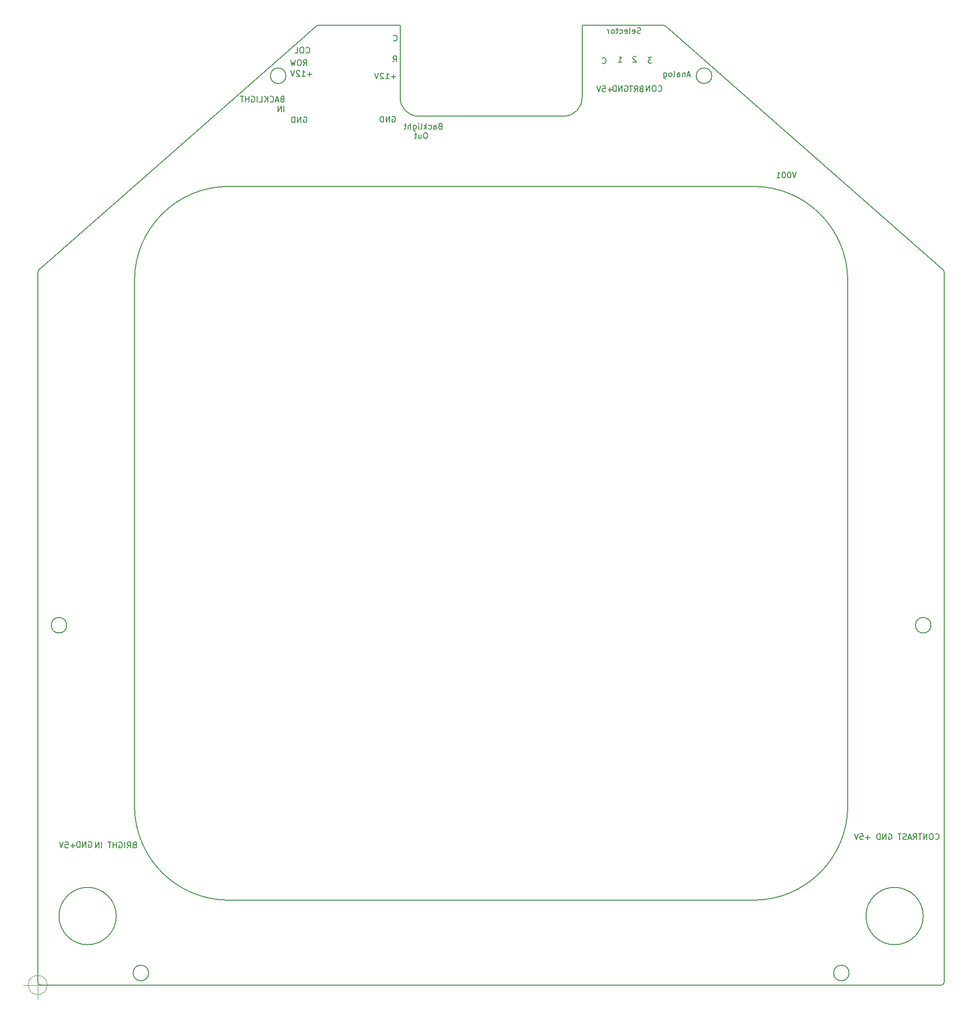
<source format=gbr>
G04 #@! TF.GenerationSoftware,KiCad,Pcbnew,(5.1.5-0-10_14)*
G04 #@! TF.CreationDate,2020-05-20T14:42:11+10:00*
G04 #@! TF.ProjectId,Buttons_DDI,42757474-6f6e-4735-9f44-44492e6b6963,rev?*
G04 #@! TF.SameCoordinates,Original*
G04 #@! TF.FileFunction,Legend,Bot*
G04 #@! TF.FilePolarity,Positive*
%FSLAX46Y46*%
G04 Gerber Fmt 4.6, Leading zero omitted, Abs format (unit mm)*
G04 Created by KiCad (PCBNEW (5.1.5-0-10_14)) date 2020-05-20 14:42:11*
%MOMM*%
%LPD*%
G04 APERTURE LIST*
%ADD10C,0.150000*%
%ADD11C,0.200000*%
%ADD12C,0.100000*%
G04 APERTURE END LIST*
D10*
X173916285Y-151067142D02*
X173963904Y-151114761D01*
X174106761Y-151162380D01*
X174202000Y-151162380D01*
X174344857Y-151114761D01*
X174440095Y-151019523D01*
X174487714Y-150924285D01*
X174535333Y-150733809D01*
X174535333Y-150590952D01*
X174487714Y-150400476D01*
X174440095Y-150305238D01*
X174344857Y-150210000D01*
X174202000Y-150162380D01*
X174106761Y-150162380D01*
X173963904Y-150210000D01*
X173916285Y-150257619D01*
X173297238Y-150162380D02*
X173106761Y-150162380D01*
X173011523Y-150210000D01*
X172916285Y-150305238D01*
X172868666Y-150495714D01*
X172868666Y-150829047D01*
X172916285Y-151019523D01*
X173011523Y-151114761D01*
X173106761Y-151162380D01*
X173297238Y-151162380D01*
X173392476Y-151114761D01*
X173487714Y-151019523D01*
X173535333Y-150829047D01*
X173535333Y-150495714D01*
X173487714Y-150305238D01*
X173392476Y-150210000D01*
X173297238Y-150162380D01*
X172440095Y-151162380D02*
X172440095Y-150162380D01*
X171868666Y-151162380D01*
X171868666Y-150162380D01*
X171535333Y-150162380D02*
X170963904Y-150162380D01*
X171249619Y-151162380D02*
X171249619Y-150162380D01*
X170059142Y-151162380D02*
X170392476Y-150686190D01*
X170630571Y-151162380D02*
X170630571Y-150162380D01*
X170249619Y-150162380D01*
X170154380Y-150210000D01*
X170106761Y-150257619D01*
X170059142Y-150352857D01*
X170059142Y-150495714D01*
X170106761Y-150590952D01*
X170154380Y-150638571D01*
X170249619Y-150686190D01*
X170630571Y-150686190D01*
X169678190Y-150876666D02*
X169202000Y-150876666D01*
X169773428Y-151162380D02*
X169440095Y-150162380D01*
X169106761Y-151162380D01*
X168821047Y-151114761D02*
X168678190Y-151162380D01*
X168440095Y-151162380D01*
X168344857Y-151114761D01*
X168297238Y-151067142D01*
X168249619Y-150971904D01*
X168249619Y-150876666D01*
X168297238Y-150781428D01*
X168344857Y-150733809D01*
X168440095Y-150686190D01*
X168630571Y-150638571D01*
X168725809Y-150590952D01*
X168773428Y-150543333D01*
X168821047Y-150448095D01*
X168821047Y-150352857D01*
X168773428Y-150257619D01*
X168725809Y-150210000D01*
X168630571Y-150162380D01*
X168392476Y-150162380D01*
X168249619Y-150210000D01*
X167963904Y-150162380D02*
X167392476Y-150162380D01*
X167678190Y-151162380D02*
X167678190Y-150162380D01*
X165773428Y-150210000D02*
X165868666Y-150162380D01*
X166011523Y-150162380D01*
X166154380Y-150210000D01*
X166249619Y-150305238D01*
X166297238Y-150400476D01*
X166344857Y-150590952D01*
X166344857Y-150733809D01*
X166297238Y-150924285D01*
X166249619Y-151019523D01*
X166154380Y-151114761D01*
X166011523Y-151162380D01*
X165916285Y-151162380D01*
X165773428Y-151114761D01*
X165725809Y-151067142D01*
X165725809Y-150733809D01*
X165916285Y-150733809D01*
X165297238Y-151162380D02*
X165297238Y-150162380D01*
X164725809Y-151162380D01*
X164725809Y-150162380D01*
X164249619Y-151162380D02*
X164249619Y-150162380D01*
X164011523Y-150162380D01*
X163868666Y-150210000D01*
X163773428Y-150305238D01*
X163725809Y-150400476D01*
X163678190Y-150590952D01*
X163678190Y-150733809D01*
X163725809Y-150924285D01*
X163773428Y-151019523D01*
X163868666Y-151114761D01*
X164011523Y-151162380D01*
X164249619Y-151162380D01*
X162487714Y-150781428D02*
X161725809Y-150781428D01*
X162106761Y-151162380D02*
X162106761Y-150400476D01*
X160773428Y-150162380D02*
X161249619Y-150162380D01*
X161297238Y-150638571D01*
X161249619Y-150590952D01*
X161154380Y-150543333D01*
X160916285Y-150543333D01*
X160821047Y-150590952D01*
X160773428Y-150638571D01*
X160725809Y-150733809D01*
X160725809Y-150971904D01*
X160773428Y-151067142D01*
X160821047Y-151114761D01*
X160916285Y-151162380D01*
X161154380Y-151162380D01*
X161249619Y-151114761D01*
X161297238Y-151067142D01*
X160440095Y-150162380D02*
X160106761Y-151162380D01*
X159773428Y-150162380D01*
X23787714Y-152231428D02*
X23025809Y-152231428D01*
X23406761Y-152612380D02*
X23406761Y-151850476D01*
X22073428Y-151612380D02*
X22549619Y-151612380D01*
X22597238Y-152088571D01*
X22549619Y-152040952D01*
X22454380Y-151993333D01*
X22216285Y-151993333D01*
X22121047Y-152040952D01*
X22073428Y-152088571D01*
X22025809Y-152183809D01*
X22025809Y-152421904D01*
X22073428Y-152517142D01*
X22121047Y-152564761D01*
X22216285Y-152612380D01*
X22454380Y-152612380D01*
X22549619Y-152564761D01*
X22597238Y-152517142D01*
X21740095Y-151612380D02*
X21406761Y-152612380D01*
X21073428Y-151612380D01*
X26163904Y-151580000D02*
X26259142Y-151532380D01*
X26402000Y-151532380D01*
X26544857Y-151580000D01*
X26640095Y-151675238D01*
X26687714Y-151770476D01*
X26735333Y-151960952D01*
X26735333Y-152103809D01*
X26687714Y-152294285D01*
X26640095Y-152389523D01*
X26544857Y-152484761D01*
X26402000Y-152532380D01*
X26306761Y-152532380D01*
X26163904Y-152484761D01*
X26116285Y-152437142D01*
X26116285Y-152103809D01*
X26306761Y-152103809D01*
X25687714Y-152532380D02*
X25687714Y-151532380D01*
X25116285Y-152532380D01*
X25116285Y-151532380D01*
X24640095Y-152532380D02*
X24640095Y-151532380D01*
X24402000Y-151532380D01*
X24259142Y-151580000D01*
X24163904Y-151675238D01*
X24116285Y-151770476D01*
X24068666Y-151960952D01*
X24068666Y-152103809D01*
X24116285Y-152294285D01*
X24163904Y-152389523D01*
X24259142Y-152484761D01*
X24402000Y-152532380D01*
X24640095Y-152532380D01*
X34126285Y-152088571D02*
X33983428Y-152136190D01*
X33935809Y-152183809D01*
X33888190Y-152279047D01*
X33888190Y-152421904D01*
X33935809Y-152517142D01*
X33983428Y-152564761D01*
X34078666Y-152612380D01*
X34459619Y-152612380D01*
X34459619Y-151612380D01*
X34126285Y-151612380D01*
X34031047Y-151660000D01*
X33983428Y-151707619D01*
X33935809Y-151802857D01*
X33935809Y-151898095D01*
X33983428Y-151993333D01*
X34031047Y-152040952D01*
X34126285Y-152088571D01*
X34459619Y-152088571D01*
X32888190Y-152612380D02*
X33221523Y-152136190D01*
X33459619Y-152612380D02*
X33459619Y-151612380D01*
X33078666Y-151612380D01*
X32983428Y-151660000D01*
X32935809Y-151707619D01*
X32888190Y-151802857D01*
X32888190Y-151945714D01*
X32935809Y-152040952D01*
X32983428Y-152088571D01*
X33078666Y-152136190D01*
X33459619Y-152136190D01*
X32459619Y-152612380D02*
X32459619Y-151612380D01*
X31459619Y-151660000D02*
X31554857Y-151612380D01*
X31697714Y-151612380D01*
X31840571Y-151660000D01*
X31935809Y-151755238D01*
X31983428Y-151850476D01*
X32031047Y-152040952D01*
X32031047Y-152183809D01*
X31983428Y-152374285D01*
X31935809Y-152469523D01*
X31840571Y-152564761D01*
X31697714Y-152612380D01*
X31602476Y-152612380D01*
X31459619Y-152564761D01*
X31412000Y-152517142D01*
X31412000Y-152183809D01*
X31602476Y-152183809D01*
X30983428Y-152612380D02*
X30983428Y-151612380D01*
X30983428Y-152088571D02*
X30412000Y-152088571D01*
X30412000Y-152612380D02*
X30412000Y-151612380D01*
X30078666Y-151612380D02*
X29507238Y-151612380D01*
X29792952Y-152612380D02*
X29792952Y-151612380D01*
X28412000Y-152612380D02*
X28412000Y-151612380D01*
X27935809Y-152612380D02*
X27935809Y-151612380D01*
X27364380Y-152612380D01*
X27364380Y-151612380D01*
X64111047Y-13927142D02*
X64158666Y-13974761D01*
X64301523Y-14022380D01*
X64396761Y-14022380D01*
X64539619Y-13974761D01*
X64634857Y-13879523D01*
X64682476Y-13784285D01*
X64730095Y-13593809D01*
X64730095Y-13450952D01*
X64682476Y-13260476D01*
X64634857Y-13165238D01*
X64539619Y-13070000D01*
X64396761Y-13022380D01*
X64301523Y-13022380D01*
X64158666Y-13070000D01*
X64111047Y-13117619D01*
X63492000Y-13022380D02*
X63301523Y-13022380D01*
X63206285Y-13070000D01*
X63111047Y-13165238D01*
X63063428Y-13355714D01*
X63063428Y-13689047D01*
X63111047Y-13879523D01*
X63206285Y-13974761D01*
X63301523Y-14022380D01*
X63492000Y-14022380D01*
X63587238Y-13974761D01*
X63682476Y-13879523D01*
X63730095Y-13689047D01*
X63730095Y-13355714D01*
X63682476Y-13165238D01*
X63587238Y-13070000D01*
X63492000Y-13022380D01*
X62158666Y-14022380D02*
X62634857Y-14022380D01*
X62634857Y-13022380D01*
X63627714Y-16202380D02*
X63961047Y-15726190D01*
X64199142Y-16202380D02*
X64199142Y-15202380D01*
X63818190Y-15202380D01*
X63722952Y-15250000D01*
X63675333Y-15297619D01*
X63627714Y-15392857D01*
X63627714Y-15535714D01*
X63675333Y-15630952D01*
X63722952Y-15678571D01*
X63818190Y-15726190D01*
X64199142Y-15726190D01*
X63008666Y-15202380D02*
X62818190Y-15202380D01*
X62722952Y-15250000D01*
X62627714Y-15345238D01*
X62580095Y-15535714D01*
X62580095Y-15869047D01*
X62627714Y-16059523D01*
X62722952Y-16154761D01*
X62818190Y-16202380D01*
X63008666Y-16202380D01*
X63103904Y-16154761D01*
X63199142Y-16059523D01*
X63246761Y-15869047D01*
X63246761Y-15535714D01*
X63199142Y-15345238D01*
X63103904Y-15250000D01*
X63008666Y-15202380D01*
X62246761Y-15202380D02*
X62008666Y-16202380D01*
X61818190Y-15488095D01*
X61627714Y-16202380D01*
X61389619Y-15202380D01*
X65113904Y-17701428D02*
X64352000Y-17701428D01*
X64732952Y-18082380D02*
X64732952Y-17320476D01*
X63352000Y-18082380D02*
X63923428Y-18082380D01*
X63637714Y-18082380D02*
X63637714Y-17082380D01*
X63732952Y-17225238D01*
X63828190Y-17320476D01*
X63923428Y-17368095D01*
X62971047Y-17177619D02*
X62923428Y-17130000D01*
X62828190Y-17082380D01*
X62590095Y-17082380D01*
X62494857Y-17130000D01*
X62447238Y-17177619D01*
X62399619Y-17272857D01*
X62399619Y-17368095D01*
X62447238Y-17510952D01*
X63018666Y-18082380D01*
X62399619Y-18082380D01*
X62113904Y-17082380D02*
X61780571Y-18082380D01*
X61447238Y-17082380D01*
X79753904Y-18141428D02*
X78992000Y-18141428D01*
X79372952Y-18522380D02*
X79372952Y-17760476D01*
X77992000Y-18522380D02*
X78563428Y-18522380D01*
X78277714Y-18522380D02*
X78277714Y-17522380D01*
X78372952Y-17665238D01*
X78468190Y-17760476D01*
X78563428Y-17808095D01*
X77611047Y-17617619D02*
X77563428Y-17570000D01*
X77468190Y-17522380D01*
X77230095Y-17522380D01*
X77134857Y-17570000D01*
X77087238Y-17617619D01*
X77039619Y-17712857D01*
X77039619Y-17808095D01*
X77087238Y-17950952D01*
X77658666Y-18522380D01*
X77039619Y-18522380D01*
X76753904Y-17522380D02*
X76420571Y-18522380D01*
X76087238Y-17522380D01*
X79282476Y-15542380D02*
X79615809Y-15066190D01*
X79853904Y-15542380D02*
X79853904Y-14542380D01*
X79472952Y-14542380D01*
X79377714Y-14590000D01*
X79330095Y-14637619D01*
X79282476Y-14732857D01*
X79282476Y-14875714D01*
X79330095Y-14970952D01*
X79377714Y-15018571D01*
X79472952Y-15066190D01*
X79853904Y-15066190D01*
X79352476Y-11827142D02*
X79400095Y-11874761D01*
X79542952Y-11922380D01*
X79638190Y-11922380D01*
X79781047Y-11874761D01*
X79876285Y-11779523D01*
X79923904Y-11684285D01*
X79971523Y-11493809D01*
X79971523Y-11350952D01*
X79923904Y-11160476D01*
X79876285Y-11065238D01*
X79781047Y-10970000D01*
X79638190Y-10922380D01*
X79542952Y-10922380D01*
X79400095Y-10970000D01*
X79352476Y-11017619D01*
X79123904Y-25110000D02*
X79219142Y-25062380D01*
X79362000Y-25062380D01*
X79504857Y-25110000D01*
X79600095Y-25205238D01*
X79647714Y-25300476D01*
X79695333Y-25490952D01*
X79695333Y-25633809D01*
X79647714Y-25824285D01*
X79600095Y-25919523D01*
X79504857Y-26014761D01*
X79362000Y-26062380D01*
X79266761Y-26062380D01*
X79123904Y-26014761D01*
X79076285Y-25967142D01*
X79076285Y-25633809D01*
X79266761Y-25633809D01*
X78647714Y-26062380D02*
X78647714Y-25062380D01*
X78076285Y-26062380D01*
X78076285Y-25062380D01*
X77600095Y-26062380D02*
X77600095Y-25062380D01*
X77362000Y-25062380D01*
X77219142Y-25110000D01*
X77123904Y-25205238D01*
X77076285Y-25300476D01*
X77028666Y-25490952D01*
X77028666Y-25633809D01*
X77076285Y-25824285D01*
X77123904Y-25919523D01*
X77219142Y-26014761D01*
X77362000Y-26062380D01*
X77600095Y-26062380D01*
X63673904Y-25180000D02*
X63769142Y-25132380D01*
X63912000Y-25132380D01*
X64054857Y-25180000D01*
X64150095Y-25275238D01*
X64197714Y-25370476D01*
X64245333Y-25560952D01*
X64245333Y-25703809D01*
X64197714Y-25894285D01*
X64150095Y-25989523D01*
X64054857Y-26084761D01*
X63912000Y-26132380D01*
X63816761Y-26132380D01*
X63673904Y-26084761D01*
X63626285Y-26037142D01*
X63626285Y-25703809D01*
X63816761Y-25703809D01*
X63197714Y-26132380D02*
X63197714Y-25132380D01*
X62626285Y-26132380D01*
X62626285Y-25132380D01*
X62150095Y-26132380D02*
X62150095Y-25132380D01*
X61912000Y-25132380D01*
X61769142Y-25180000D01*
X61673904Y-25275238D01*
X61626285Y-25370476D01*
X61578666Y-25560952D01*
X61578666Y-25703809D01*
X61626285Y-25894285D01*
X61673904Y-25989523D01*
X61769142Y-26084761D01*
X61912000Y-26132380D01*
X62150095Y-26132380D01*
X59923071Y-22033571D02*
X59780214Y-22081190D01*
X59732595Y-22128809D01*
X59684976Y-22224047D01*
X59684976Y-22366904D01*
X59732595Y-22462142D01*
X59780214Y-22509761D01*
X59875452Y-22557380D01*
X60256404Y-22557380D01*
X60256404Y-21557380D01*
X59923071Y-21557380D01*
X59827833Y-21605000D01*
X59780214Y-21652619D01*
X59732595Y-21747857D01*
X59732595Y-21843095D01*
X59780214Y-21938333D01*
X59827833Y-21985952D01*
X59923071Y-22033571D01*
X60256404Y-22033571D01*
X59304023Y-22271666D02*
X58827833Y-22271666D01*
X59399261Y-22557380D02*
X59065928Y-21557380D01*
X58732595Y-22557380D01*
X57827833Y-22462142D02*
X57875452Y-22509761D01*
X58018309Y-22557380D01*
X58113547Y-22557380D01*
X58256404Y-22509761D01*
X58351642Y-22414523D01*
X58399261Y-22319285D01*
X58446880Y-22128809D01*
X58446880Y-21985952D01*
X58399261Y-21795476D01*
X58351642Y-21700238D01*
X58256404Y-21605000D01*
X58113547Y-21557380D01*
X58018309Y-21557380D01*
X57875452Y-21605000D01*
X57827833Y-21652619D01*
X57399261Y-22557380D02*
X57399261Y-21557380D01*
X56827833Y-22557380D02*
X57256404Y-21985952D01*
X56827833Y-21557380D02*
X57399261Y-22128809D01*
X55923071Y-22557380D02*
X56399261Y-22557380D01*
X56399261Y-21557380D01*
X55589738Y-22557380D02*
X55589738Y-21557380D01*
X54589738Y-21605000D02*
X54684976Y-21557380D01*
X54827833Y-21557380D01*
X54970690Y-21605000D01*
X55065928Y-21700238D01*
X55113547Y-21795476D01*
X55161166Y-21985952D01*
X55161166Y-22128809D01*
X55113547Y-22319285D01*
X55065928Y-22414523D01*
X54970690Y-22509761D01*
X54827833Y-22557380D01*
X54732595Y-22557380D01*
X54589738Y-22509761D01*
X54542119Y-22462142D01*
X54542119Y-22128809D01*
X54732595Y-22128809D01*
X54113547Y-22557380D02*
X54113547Y-21557380D01*
X54113547Y-22033571D02*
X53542119Y-22033571D01*
X53542119Y-22557380D02*
X53542119Y-21557380D01*
X53208785Y-21557380D02*
X52637357Y-21557380D01*
X52923071Y-22557380D02*
X52923071Y-21557380D01*
X60256404Y-24207380D02*
X60256404Y-23207380D01*
X59780214Y-24207380D02*
X59780214Y-23207380D01*
X59208785Y-24207380D01*
X59208785Y-23207380D01*
X125560095Y-20597142D02*
X125607714Y-20644761D01*
X125750571Y-20692380D01*
X125845809Y-20692380D01*
X125988666Y-20644761D01*
X126083904Y-20549523D01*
X126131523Y-20454285D01*
X126179142Y-20263809D01*
X126179142Y-20120952D01*
X126131523Y-19930476D01*
X126083904Y-19835238D01*
X125988666Y-19740000D01*
X125845809Y-19692380D01*
X125750571Y-19692380D01*
X125607714Y-19740000D01*
X125560095Y-19787619D01*
X124941047Y-19692380D02*
X124750571Y-19692380D01*
X124655333Y-19740000D01*
X124560095Y-19835238D01*
X124512476Y-20025714D01*
X124512476Y-20359047D01*
X124560095Y-20549523D01*
X124655333Y-20644761D01*
X124750571Y-20692380D01*
X124941047Y-20692380D01*
X125036285Y-20644761D01*
X125131523Y-20549523D01*
X125179142Y-20359047D01*
X125179142Y-20025714D01*
X125131523Y-19835238D01*
X125036285Y-19740000D01*
X124941047Y-19692380D01*
X124083904Y-20692380D02*
X124083904Y-19692380D01*
X123512476Y-20692380D01*
X123512476Y-19692380D01*
X122591523Y-20248571D02*
X122448666Y-20296190D01*
X122401047Y-20343809D01*
X122353428Y-20439047D01*
X122353428Y-20581904D01*
X122401047Y-20677142D01*
X122448666Y-20724761D01*
X122543904Y-20772380D01*
X122924857Y-20772380D01*
X122924857Y-19772380D01*
X122591523Y-19772380D01*
X122496285Y-19820000D01*
X122448666Y-19867619D01*
X122401047Y-19962857D01*
X122401047Y-20058095D01*
X122448666Y-20153333D01*
X122496285Y-20200952D01*
X122591523Y-20248571D01*
X122924857Y-20248571D01*
X121353428Y-20772380D02*
X121686761Y-20296190D01*
X121924857Y-20772380D02*
X121924857Y-19772380D01*
X121543904Y-19772380D01*
X121448666Y-19820000D01*
X121401047Y-19867619D01*
X121353428Y-19962857D01*
X121353428Y-20105714D01*
X121401047Y-20200952D01*
X121448666Y-20248571D01*
X121543904Y-20296190D01*
X121924857Y-20296190D01*
X121067714Y-19772380D02*
X120496285Y-19772380D01*
X120782000Y-20772380D02*
X120782000Y-19772380D01*
X119713904Y-19740000D02*
X119809142Y-19692380D01*
X119952000Y-19692380D01*
X120094857Y-19740000D01*
X120190095Y-19835238D01*
X120237714Y-19930476D01*
X120285333Y-20120952D01*
X120285333Y-20263809D01*
X120237714Y-20454285D01*
X120190095Y-20549523D01*
X120094857Y-20644761D01*
X119952000Y-20692380D01*
X119856761Y-20692380D01*
X119713904Y-20644761D01*
X119666285Y-20597142D01*
X119666285Y-20263809D01*
X119856761Y-20263809D01*
X119237714Y-20692380D02*
X119237714Y-19692380D01*
X118666285Y-20692380D01*
X118666285Y-19692380D01*
X118190095Y-20692380D02*
X118190095Y-19692380D01*
X117952000Y-19692380D01*
X117809142Y-19740000D01*
X117713904Y-19835238D01*
X117666285Y-19930476D01*
X117618666Y-20120952D01*
X117618666Y-20263809D01*
X117666285Y-20454285D01*
X117713904Y-20549523D01*
X117809142Y-20644761D01*
X117952000Y-20692380D01*
X118190095Y-20692380D01*
X117547714Y-20391428D02*
X116785809Y-20391428D01*
X117166761Y-20772380D02*
X117166761Y-20010476D01*
X115833428Y-19772380D02*
X116309619Y-19772380D01*
X116357238Y-20248571D01*
X116309619Y-20200952D01*
X116214380Y-20153333D01*
X115976285Y-20153333D01*
X115881047Y-20200952D01*
X115833428Y-20248571D01*
X115785809Y-20343809D01*
X115785809Y-20581904D01*
X115833428Y-20677142D01*
X115881047Y-20724761D01*
X115976285Y-20772380D01*
X116214380Y-20772380D01*
X116309619Y-20724761D01*
X116357238Y-20677142D01*
X115500095Y-19772380D02*
X115166761Y-20772380D01*
X114833428Y-19772380D01*
X149643904Y-34782380D02*
X149310571Y-35782380D01*
X148977238Y-34782380D01*
X148453428Y-34782380D02*
X148358190Y-34782380D01*
X148262952Y-34830000D01*
X148215333Y-34877619D01*
X148167714Y-34972857D01*
X148120095Y-35163333D01*
X148120095Y-35401428D01*
X148167714Y-35591904D01*
X148215333Y-35687142D01*
X148262952Y-35734761D01*
X148358190Y-35782380D01*
X148453428Y-35782380D01*
X148548666Y-35734761D01*
X148596285Y-35687142D01*
X148643904Y-35591904D01*
X148691523Y-35401428D01*
X148691523Y-35163333D01*
X148643904Y-34972857D01*
X148596285Y-34877619D01*
X148548666Y-34830000D01*
X148453428Y-34782380D01*
X147501047Y-34782380D02*
X147405809Y-34782380D01*
X147310571Y-34830000D01*
X147262952Y-34877619D01*
X147215333Y-34972857D01*
X147167714Y-35163333D01*
X147167714Y-35401428D01*
X147215333Y-35591904D01*
X147262952Y-35687142D01*
X147310571Y-35734761D01*
X147405809Y-35782380D01*
X147501047Y-35782380D01*
X147596285Y-35734761D01*
X147643904Y-35687142D01*
X147691523Y-35591904D01*
X147739142Y-35401428D01*
X147739142Y-35163333D01*
X147691523Y-34972857D01*
X147643904Y-34877619D01*
X147596285Y-34830000D01*
X147501047Y-34782380D01*
X146215333Y-35782380D02*
X146786761Y-35782380D01*
X146501047Y-35782380D02*
X146501047Y-34782380D01*
X146596285Y-34925238D01*
X146691523Y-35020476D01*
X146786761Y-35068095D01*
X124435333Y-14762380D02*
X123816285Y-14762380D01*
X124149619Y-15143333D01*
X124006761Y-15143333D01*
X123911523Y-15190952D01*
X123863904Y-15238571D01*
X123816285Y-15333809D01*
X123816285Y-15571904D01*
X123863904Y-15667142D01*
X123911523Y-15714761D01*
X124006761Y-15762380D01*
X124292476Y-15762380D01*
X124387714Y-15714761D01*
X124435333Y-15667142D01*
X121707714Y-14717619D02*
X121660095Y-14670000D01*
X121564857Y-14622380D01*
X121326761Y-14622380D01*
X121231523Y-14670000D01*
X121183904Y-14717619D01*
X121136285Y-14812857D01*
X121136285Y-14908095D01*
X121183904Y-15050952D01*
X121755333Y-15622380D01*
X121136285Y-15622380D01*
X118596285Y-15622380D02*
X119167714Y-15622380D01*
X118882000Y-15622380D02*
X118882000Y-14622380D01*
X118977238Y-14765238D01*
X119072476Y-14860476D01*
X119167714Y-14908095D01*
X115812476Y-15737142D02*
X115860095Y-15784761D01*
X116002952Y-15832380D01*
X116098190Y-15832380D01*
X116241047Y-15784761D01*
X116336285Y-15689523D01*
X116383904Y-15594285D01*
X116431523Y-15403809D01*
X116431523Y-15260952D01*
X116383904Y-15070476D01*
X116336285Y-14975238D01*
X116241047Y-14880000D01*
X116098190Y-14832380D01*
X116002952Y-14832380D01*
X115860095Y-14880000D01*
X115812476Y-14927619D01*
X131121523Y-17856666D02*
X130645333Y-17856666D01*
X131216761Y-18142380D02*
X130883428Y-17142380D01*
X130550095Y-18142380D01*
X130216761Y-17475714D02*
X130216761Y-18142380D01*
X130216761Y-17570952D02*
X130169142Y-17523333D01*
X130073904Y-17475714D01*
X129931047Y-17475714D01*
X129835809Y-17523333D01*
X129788190Y-17618571D01*
X129788190Y-18142380D01*
X128883428Y-18142380D02*
X128883428Y-17618571D01*
X128931047Y-17523333D01*
X129026285Y-17475714D01*
X129216761Y-17475714D01*
X129312000Y-17523333D01*
X128883428Y-18094761D02*
X128978666Y-18142380D01*
X129216761Y-18142380D01*
X129312000Y-18094761D01*
X129359619Y-17999523D01*
X129359619Y-17904285D01*
X129312000Y-17809047D01*
X129216761Y-17761428D01*
X128978666Y-17761428D01*
X128883428Y-17713809D01*
X128264380Y-18142380D02*
X128359619Y-18094761D01*
X128407238Y-17999523D01*
X128407238Y-17142380D01*
X127740571Y-18142380D02*
X127835809Y-18094761D01*
X127883428Y-18047142D01*
X127931047Y-17951904D01*
X127931047Y-17666190D01*
X127883428Y-17570952D01*
X127835809Y-17523333D01*
X127740571Y-17475714D01*
X127597714Y-17475714D01*
X127502476Y-17523333D01*
X127454857Y-17570952D01*
X127407238Y-17666190D01*
X127407238Y-17951904D01*
X127454857Y-18047142D01*
X127502476Y-18094761D01*
X127597714Y-18142380D01*
X127740571Y-18142380D01*
X126550095Y-17475714D02*
X126550095Y-18285238D01*
X126597714Y-18380476D01*
X126645333Y-18428095D01*
X126740571Y-18475714D01*
X126883428Y-18475714D01*
X126978666Y-18428095D01*
X126550095Y-18094761D02*
X126645333Y-18142380D01*
X126835809Y-18142380D01*
X126931047Y-18094761D01*
X126978666Y-18047142D01*
X127026285Y-17951904D01*
X127026285Y-17666190D01*
X126978666Y-17570952D01*
X126931047Y-17523333D01*
X126835809Y-17475714D01*
X126645333Y-17475714D01*
X126550095Y-17523333D01*
X122482952Y-10554761D02*
X122340095Y-10602380D01*
X122102000Y-10602380D01*
X122006761Y-10554761D01*
X121959142Y-10507142D01*
X121911523Y-10411904D01*
X121911523Y-10316666D01*
X121959142Y-10221428D01*
X122006761Y-10173809D01*
X122102000Y-10126190D01*
X122292476Y-10078571D01*
X122387714Y-10030952D01*
X122435333Y-9983333D01*
X122482952Y-9888095D01*
X122482952Y-9792857D01*
X122435333Y-9697619D01*
X122387714Y-9650000D01*
X122292476Y-9602380D01*
X122054380Y-9602380D01*
X121911523Y-9650000D01*
X121102000Y-10554761D02*
X121197238Y-10602380D01*
X121387714Y-10602380D01*
X121482952Y-10554761D01*
X121530571Y-10459523D01*
X121530571Y-10078571D01*
X121482952Y-9983333D01*
X121387714Y-9935714D01*
X121197238Y-9935714D01*
X121102000Y-9983333D01*
X121054380Y-10078571D01*
X121054380Y-10173809D01*
X121530571Y-10269047D01*
X120482952Y-10602380D02*
X120578190Y-10554761D01*
X120625809Y-10459523D01*
X120625809Y-9602380D01*
X119721047Y-10554761D02*
X119816285Y-10602380D01*
X120006761Y-10602380D01*
X120102000Y-10554761D01*
X120149619Y-10459523D01*
X120149619Y-10078571D01*
X120102000Y-9983333D01*
X120006761Y-9935714D01*
X119816285Y-9935714D01*
X119721047Y-9983333D01*
X119673428Y-10078571D01*
X119673428Y-10173809D01*
X120149619Y-10269047D01*
X118816285Y-10554761D02*
X118911523Y-10602380D01*
X119102000Y-10602380D01*
X119197238Y-10554761D01*
X119244857Y-10507142D01*
X119292476Y-10411904D01*
X119292476Y-10126190D01*
X119244857Y-10030952D01*
X119197238Y-9983333D01*
X119102000Y-9935714D01*
X118911523Y-9935714D01*
X118816285Y-9983333D01*
X118530571Y-9935714D02*
X118149619Y-9935714D01*
X118387714Y-9602380D02*
X118387714Y-10459523D01*
X118340095Y-10554761D01*
X118244857Y-10602380D01*
X118149619Y-10602380D01*
X117673428Y-10602380D02*
X117768666Y-10554761D01*
X117816285Y-10507142D01*
X117863904Y-10411904D01*
X117863904Y-10126190D01*
X117816285Y-10030952D01*
X117768666Y-9983333D01*
X117673428Y-9935714D01*
X117530571Y-9935714D01*
X117435333Y-9983333D01*
X117387714Y-10030952D01*
X117340095Y-10126190D01*
X117340095Y-10411904D01*
X117387714Y-10507142D01*
X117435333Y-10554761D01*
X117530571Y-10602380D01*
X117673428Y-10602380D01*
X116911523Y-10602380D02*
X116911523Y-9935714D01*
X116911523Y-10126190D02*
X116863904Y-10030952D01*
X116816285Y-9983333D01*
X116721047Y-9935714D01*
X116625809Y-9935714D01*
X87497714Y-26743571D02*
X87354857Y-26791190D01*
X87307238Y-26838809D01*
X87259619Y-26934047D01*
X87259619Y-27076904D01*
X87307238Y-27172142D01*
X87354857Y-27219761D01*
X87450095Y-27267380D01*
X87831047Y-27267380D01*
X87831047Y-26267380D01*
X87497714Y-26267380D01*
X87402476Y-26315000D01*
X87354857Y-26362619D01*
X87307238Y-26457857D01*
X87307238Y-26553095D01*
X87354857Y-26648333D01*
X87402476Y-26695952D01*
X87497714Y-26743571D01*
X87831047Y-26743571D01*
X86402476Y-27267380D02*
X86402476Y-26743571D01*
X86450095Y-26648333D01*
X86545333Y-26600714D01*
X86735809Y-26600714D01*
X86831047Y-26648333D01*
X86402476Y-27219761D02*
X86497714Y-27267380D01*
X86735809Y-27267380D01*
X86831047Y-27219761D01*
X86878666Y-27124523D01*
X86878666Y-27029285D01*
X86831047Y-26934047D01*
X86735809Y-26886428D01*
X86497714Y-26886428D01*
X86402476Y-26838809D01*
X85497714Y-27219761D02*
X85592952Y-27267380D01*
X85783428Y-27267380D01*
X85878666Y-27219761D01*
X85926285Y-27172142D01*
X85973904Y-27076904D01*
X85973904Y-26791190D01*
X85926285Y-26695952D01*
X85878666Y-26648333D01*
X85783428Y-26600714D01*
X85592952Y-26600714D01*
X85497714Y-26648333D01*
X85069142Y-27267380D02*
X85069142Y-26267380D01*
X84973904Y-26886428D02*
X84688190Y-27267380D01*
X84688190Y-26600714D02*
X85069142Y-26981666D01*
X84116761Y-27267380D02*
X84212000Y-27219761D01*
X84259619Y-27124523D01*
X84259619Y-26267380D01*
X83735809Y-27267380D02*
X83735809Y-26600714D01*
X83735809Y-26267380D02*
X83783428Y-26315000D01*
X83735809Y-26362619D01*
X83688190Y-26315000D01*
X83735809Y-26267380D01*
X83735809Y-26362619D01*
X82831047Y-26600714D02*
X82831047Y-27410238D01*
X82878666Y-27505476D01*
X82926285Y-27553095D01*
X83021523Y-27600714D01*
X83164380Y-27600714D01*
X83259619Y-27553095D01*
X82831047Y-27219761D02*
X82926285Y-27267380D01*
X83116761Y-27267380D01*
X83212000Y-27219761D01*
X83259619Y-27172142D01*
X83307238Y-27076904D01*
X83307238Y-26791190D01*
X83259619Y-26695952D01*
X83212000Y-26648333D01*
X83116761Y-26600714D01*
X82926285Y-26600714D01*
X82831047Y-26648333D01*
X82354857Y-27267380D02*
X82354857Y-26267380D01*
X81926285Y-27267380D02*
X81926285Y-26743571D01*
X81973904Y-26648333D01*
X82069142Y-26600714D01*
X82212000Y-26600714D01*
X82307238Y-26648333D01*
X82354857Y-26695952D01*
X81592952Y-26600714D02*
X81212000Y-26600714D01*
X81450095Y-26267380D02*
X81450095Y-27124523D01*
X81402476Y-27219761D01*
X81307238Y-27267380D01*
X81212000Y-27267380D01*
X85045333Y-27917380D02*
X84854857Y-27917380D01*
X84759619Y-27965000D01*
X84664380Y-28060238D01*
X84616761Y-28250714D01*
X84616761Y-28584047D01*
X84664380Y-28774523D01*
X84759619Y-28869761D01*
X84854857Y-28917380D01*
X85045333Y-28917380D01*
X85140571Y-28869761D01*
X85235809Y-28774523D01*
X85283428Y-28584047D01*
X85283428Y-28250714D01*
X85235809Y-28060238D01*
X85140571Y-27965000D01*
X85045333Y-27917380D01*
X83759619Y-28250714D02*
X83759619Y-28917380D01*
X84188190Y-28250714D02*
X84188190Y-28774523D01*
X84140571Y-28869761D01*
X84045333Y-28917380D01*
X83902476Y-28917380D01*
X83807238Y-28869761D01*
X83759619Y-28822142D01*
X83426285Y-28250714D02*
X83045333Y-28250714D01*
X83283428Y-27917380D02*
X83283428Y-28774523D01*
X83235809Y-28869761D01*
X83140571Y-28917380D01*
X83045333Y-28917380D01*
D11*
X30987380Y-164503100D02*
G75*
G03X30987380Y-164503100I-5000000J0D01*
G01*
X60587233Y-17986375D02*
G75*
G03X60587233Y-17986375I-1352550J0D01*
G01*
X83693000Y-25019000D02*
X109093000Y-25019000D01*
X112268000Y-21844000D02*
G75*
G02X109093000Y-25019000I-3175000J0D01*
G01*
X173148629Y-113792000D02*
G75*
G03X173148629Y-113792000I-1352550J0D01*
G01*
X50604140Y-161734500D02*
G75*
G02X34163000Y-145293360I0J16441140D01*
G01*
X158864300Y-174434500D02*
G75*
G03X158864300Y-174434500I-1352550J0D01*
G01*
X36626800Y-174434500D02*
G75*
G03X36626800Y-174434500I-1352550J0D01*
G01*
X158623000Y-145293360D02*
X158623000Y-53715640D01*
X142181860Y-37274500D02*
G75*
G02X158623000Y-53715640I0J-16441140D01*
G01*
X142181860Y-37274500D02*
X50604140Y-37274500D01*
X50604140Y-161734500D02*
X142181860Y-161734500D01*
X171798621Y-164503100D02*
G75*
G03X171798621Y-164503100I-5000000J0D01*
G01*
X126464426Y-9144000D02*
X112268000Y-9144000D01*
X126464426Y-9144000D02*
G75*
G02X126799582Y-9270248I0J-508000D01*
G01*
X17303750Y-52240798D02*
X17303750Y-176022000D01*
X17811750Y-176530000D02*
X174974250Y-176530000D01*
X175309406Y-51859046D02*
X126799582Y-9270248D01*
X175309406Y-51859046D02*
G75*
G02X175482250Y-52240798I-335156J-381752D01*
G01*
X158623000Y-145293360D02*
G75*
G02X142181860Y-161734500I-16441140J0D01*
G01*
X34163000Y-53715640D02*
X34163000Y-145293360D01*
X65986418Y-9270248D02*
G75*
G02X66321574Y-9144000I335156J-381752D01*
G01*
X134903867Y-17986375D02*
G75*
G03X134903867Y-17986375I-1352550J0D01*
G01*
X22342471Y-113792000D02*
G75*
G03X22342471Y-113792000I-1352550J0D01*
G01*
X175482250Y-176022000D02*
X175482250Y-52240798D01*
X175482250Y-176022000D02*
G75*
G02X174974250Y-176530000I-508000J0D01*
G01*
X17303750Y-52240798D02*
G75*
G02X17476594Y-51859046I508000J0D01*
G01*
X80518000Y-9144000D02*
X66321574Y-9144000D01*
X112268000Y-21844000D02*
X112268000Y-9144000D01*
X34163000Y-53715640D02*
G75*
G02X50604140Y-37274500I16441140J0D01*
G01*
X17811750Y-176530000D02*
G75*
G02X17303750Y-176022000I0J508000D01*
G01*
X65986418Y-9270248D02*
X17476594Y-51859046D01*
X80518000Y-9144000D02*
X80518000Y-21844000D01*
X83693000Y-25019000D02*
G75*
G02X80518000Y-21844000I0J3175000D01*
G01*
D12*
X18938666Y-176530000D02*
G75*
G03X18938666Y-176530000I-1666666J0D01*
G01*
X14772000Y-176530000D02*
X19772000Y-176530000D01*
X17272000Y-174030000D02*
X17272000Y-179030000D01*
M02*

</source>
